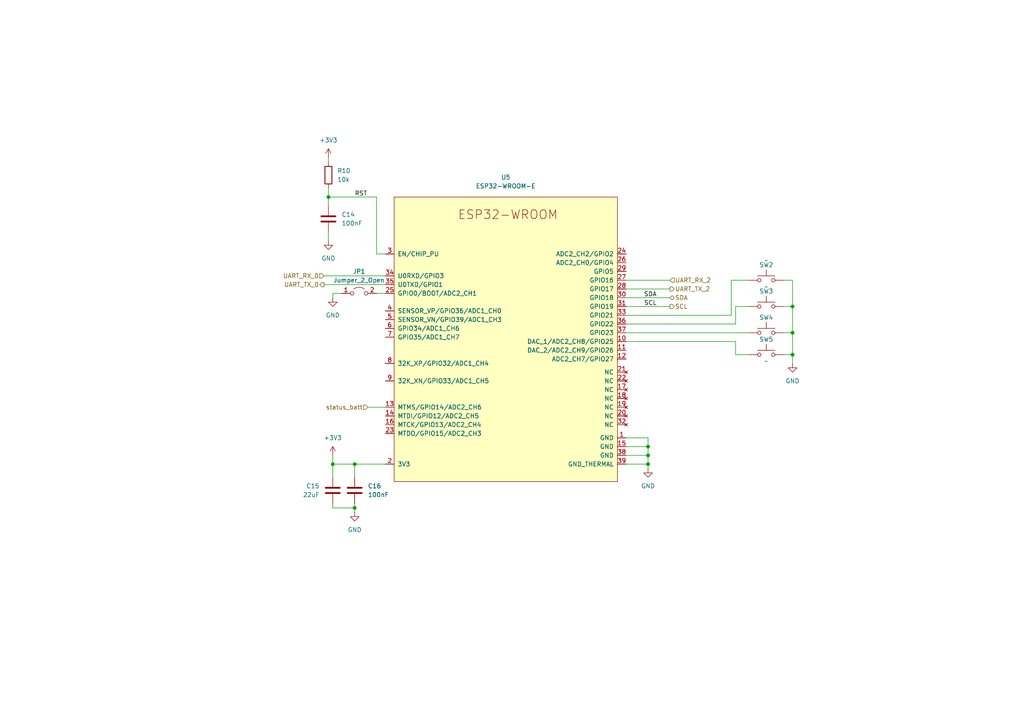
<source format=kicad_sch>
(kicad_sch (version 20211123) (generator eeschema)
  (paper "A4")
  (title_block (title "GPS_CHECK") (date "2022-04-10") (rev "v1.0.0"))
  (lib_symbols
    (symbol "Device:C" (pin_numbers hide) (pin_names (offset 0.254))
      (property "Reference" "C" (at 0.635 2.54 0))
      (property "Value" "C" (at 0.635 -2.54 0))
      (symbol "C_0_1"
        (polyline (pts (xy -2.032 -0.762) (xy 2.032 -0.762)) (stroke (width 0.508)))
        (polyline (pts (xy -2.032 0.762) (xy 2.032 0.762)) (stroke (width 0.508)))
      )
      (symbol "C_1_1"
        (pin passive line (at 0 3.81 270) (length 2.794) (name "~") (number "1"))
        (pin passive line (at 0 -3.81 90) (length 2.794) (name "~") (number "2"))
      )
    )
    (symbol "Device:R" (pin_numbers hide) (pin_names (offset 0))
      (property "Reference" "R" (at 2.032 0 90))
      (property "Value" "R" (at 0 0 90))
      (symbol "R_0_1"
        (rectangle (start -1.016 -2.54) (end 1.016 2.54) (stroke (width 0.254)))
      )
      (symbol "R_1_1"
        (pin passive line (at 0 3.81 270) (length 1.27) (name "~") (number "1"))
        (pin passive line (at 0 -3.81 90) (length 1.27) (name "~") (number "2"))
      )
    )
    (symbol "Espressif:ESP32-WROOM-E" (pin_names (offset 1.016))
      (property "Reference" "U" (at 0 43.18 0))
      (property "Value" "ESP32-WROOM-E" (at 0 -41.91 0))
      (symbol "ESP32-WROOM-E_0_1"
        (rectangle (start 33.02 41.91) (end -31.75 -40.64) (fill (type background)))
      )
      (symbol "ESP32-WROOM-E_1_1"
        (text "ESP32-­WROOM­" (at 1.27 36.83 0) (effects (font (size 2.54 2.54))))
        (pin power_in line (at 35.56 -27.94 180) (length 2.54) (name "GND") (number "1"))
        (pin bidirectional line (at 35.56 0 180) (length 2.54) (name "DAC_1/ADC2_CH8/GPIO25") (number "10"))
        (pin bidirectional line (at 35.56 -2.54 180) (length 2.54) (name "DAC_2/ADC2_CH9/GPIO26") (number "11"))
        (pin bidirectional line (at 35.56 -5.08 180) (length 2.54) (name "ADC2_CH7/GPIO27") (number "12"))
        (pin bidirectional line (at -34.29 -19.05 0) (length 2.54) (name "MTMS/GPIO14/ADC2_CH6") (number "13"))
        (pin bidirectional line (at -34.29 -21.59 0) (length 2.54) (name "MTDI/GPIO12/ADC2_CH5") (number "14"))
        (pin power_in line (at 35.56 -30.48 180) (length 2.54) (name "GND") (number "15"))
        (pin bidirectional line (at -34.29 -24.13 0) (length 2.54) (name "MTCK/GPIO13/ADC2_CH4") (number "16"))
        (pin no_connect line (at 35.56 -13.97 180) (length 2.54) (name "NC") (number "17"))
        (pin no_connect line (at 35.56 -16.51 180) (length 2.54) (name "NC") (number "18"))
        (pin no_connect line (at 35.56 -19.05 180) (length 2.54) (name "NC") (number "19"))
        (pin power_in line (at -34.29 -35.56 0) (length 2.54) (name "3V3") (number "2"))
        (pin no_connect line (at 35.56 -21.59 180) (length 2.54) (name "NC") (number "20"))
        (pin no_connect line (at 35.56 -8.89 180) (length 2.54) (name "NC") (number "21"))
        (pin no_connect line (at 35.56 -11.43 180) (length 2.54) (name "NC") (number "22"))
        (pin bidirectional line (at -34.29 -26.67 0) (length 2.54) (name "MTDO/GPIO15/ADC2_CH3") (number "23"))
        (pin bidirectional line (at 35.56 25.4 180) (length 2.54) (name "ADC2_CH2/GPIO2") (number "24"))
        (pin bidirectional line (at -34.29 13.97 0) (length 2.54) (name "GPIO0/BOOT/ADC2_CH1") (number "25"))
        (pin bidirectional line (at 35.56 22.86 180) (length 2.54) (name "ADC2_CH0/GPIO4") (number "26"))
        (pin bidirectional line (at 35.56 17.78 180) (length 2.54) (name "GPIO16") (number "27"))
        (pin bidirectional line (at 35.56 15.24 180) (length 2.54) (name "GPIO17") (number "28"))
        (pin bidirectional line (at 35.56 20.32 180) (length 2.54) (name "GPIO5") (number "29"))
        (pin input line (at -34.29 25.4 0) (length 2.54) (name "EN/CHIP_PU") (number "3"))
        (pin bidirectional line (at 35.56 12.7 180) (length 2.54) (name "GPIO18") (number "30"))
        (pin bidirectional line (at 35.56 10.16 180) (length 2.54) (name "GPIO19") (number "31"))
        (pin no_connect line (at 35.56 -24.13 180) (length 2.54) (name "NC") (number "32"))
        (pin bidirectional line (at 35.56 7.62 180) (length 2.54) (name "GPIO21") (number "33"))
        (pin bidirectional line (at -34.29 19.05 0) (length 2.54) (name "U0RXD/GPIO3") (number "34"))
        (pin bidirectional line (at -34.29 16.51 0) (length 2.54) (name "U0TXD/GPIO1") (number "35"))
        (pin bidirectional line (at 35.56 5.08 180) (length 2.54) (name "GPIO22") (number "36"))
        (pin bidirectional line (at 35.56 2.54 180) (length 2.54) (name "GPIO23") (number "37"))
        (pin power_in line (at 35.56 -33.02 180) (length 2.54) (name "GND") (number "38"))
        (pin power_in line (at 35.56 -35.56 180) (length 2.54) (name "GND_THERMAL") (number "39"))
        (pin input line (at -34.29 8.89 0) (length 2.54) (name "SENSOR_VP/GPIO36/ADC1_CH0") (number "4"))
        (pin input line (at -34.29 6.35 0) (length 2.54) (name "SENSOR_VN/GPIO39/ADC1_CH3") (number "5"))
        (pin input line (at -34.29 3.81 0) (length 2.54) (name "GPIO34/ADC1_CH6") (number "6"))
        (pin input line (at -34.29 1.27 0) (length 2.54) (name "GPIO35/ADC1_CH7") (number "7"))
        (pin bidirectional line (at -34.29 -6.35 0) (length 2.54) (name "32K_XP/GPIO32/ADC1_CH4") (number "8"))
        (pin bidirectional line (at -34.29 -11.43 0) (length 2.54) (name "32K_XN/GPIO33/ADC1_CH5") (number "9"))
      )
    )
    (symbol "Jumper:Jumper_2_Open" (pin_names (offset 0) hide)
      (property "Reference" "JP" (at 0 2.794 0))
      (property "Value" "Jumper_2_Open" (at 0 -2.286 0))
      (symbol "Jumper_2_Open_0_0"
        (circle (center -2.032 0) (radius 0.508))
        (circle (center 2.032 0) (radius 0.508))
      )
      (symbol "Jumper_2_Open_0_1"
        (arc (start 1.524 1.27) (mid 0 1.778) (end -1.524 1.27))
      )
      (symbol "Jumper_2_Open_1_1"
        (pin passive line (at -5.08 0 0) (length 2.54) (name "A") (number "1"))
        (pin passive line (at 5.08 0 180) (length 2.54) (name "B") (number "2"))
      )
    )
    (symbol "Switch:SW_Push" (pin_numbers hide) (pin_names (offset 1.016) hide)
      (property "Reference" "SW" (at 1.27 2.54 0))
      (property "Value" "SW_Push" (at 0 -1.524 0))
      (symbol "SW_Push_0_1"
        (circle (center -2.032 0) (radius 0.508))
        (polyline (pts (xy 0 1.27) (xy 0 3.048)))
        (polyline (pts (xy 2.54 1.27) (xy -2.54 1.27)))
        (circle (center 2.032 0) (radius 0.508))
        (pin passive line (at -5.08 0 0) (length 2.54) (name "1") (number "1"))
        (pin passive line (at 5.08 0 180) (length 2.54) (name "2") (number "2"))
      )
    )
    (symbol "power:+3V3" (power) (pin_names (offset 0))
      (property "Value" "+3V3" (at 0 3.556 0))
      (symbol "+3V3_0_1"
        (polyline (pts (xy -0.762 1.27) (xy 0 2.54)))
        (polyline (pts (xy 0 0) (xy 0 2.54)))
        (polyline (pts (xy 0 2.54) (xy 0.762 1.27)))
      )
      (symbol "+3V3_1_1"
        (pin power_in line (at 0 0 90) (length 0) hide (name "+3V3") (number "1"))
      )
    )
    (symbol "power:GND" (power) (pin_names (offset 0))
      (property "Value" "GND" (at 0 -3.81 0))
      (symbol "GND_0_1"
        (polyline (pts (xy 0 0) (xy 0 -1.27) (xy 1.27 -1.27) (xy 0 -2.54) (xy -1.27 -1.27) (xy 0 -1.27)))
      )
      (symbol "GND_1_1"
        (pin power_in line (at 0 0 270) (length 0) hide (name "GND") (number "1"))
      )
    )
  )
  (junction (at 187.96 134.62))
  (junction (at 95.25 57.15))
  (junction (at 229.87 88.9))
  (junction (at 187.96 132.08))
  (junction (at 102.87 147.32))
  (junction (at 229.87 96.52))
  (junction (at 187.96 129.54))
  (junction (at 96.52 134.62))
  (junction (at 229.87 102.87))
  (junction (at 102.87 134.62))
  (wire (pts (xy 95.25 57.15) (xy 95.25 59.69)))
  (wire (pts (xy 93.98 80.01) (xy 111.76 80.01)))
  (wire (pts (xy 213.36 99.06) (xy 181.61 99.06)))
  (wire (pts (xy 213.36 93.98) (xy 213.36 88.9)))
  (wire (pts (xy 187.96 134.62) (xy 187.96 135.89)))
  (wire (pts (xy 181.61 88.9) (xy 194.31 88.9)))
  (wire (pts (xy 213.36 102.87) (xy 213.36 99.06)))
  (wire (pts (xy 213.36 88.9) (xy 217.17 88.9)))
  (wire (pts (xy 212.09 81.28) (xy 217.17 81.28)))
  (wire (pts (xy 181.61 91.44) (xy 212.09 91.44)))
  (wire (pts (xy 93.98 82.55) (xy 111.76 82.55)))
  (wire (pts (xy 102.87 146.05) (xy 102.87 147.32)))
  (wire (pts (xy 181.61 83.82) (xy 194.31 83.82)))
  (wire (pts (xy 109.22 73.66) (xy 109.22 57.15)))
  (wire (pts (xy 229.87 96.52) (xy 227.33 96.52)))
  (wire (pts (xy 181.61 86.36) (xy 194.31 86.36)))
  (wire (pts (xy 181.61 129.54) (xy 187.96 129.54)))
  (wire (pts (xy 109.22 57.15) (xy 95.25 57.15)))
  (wire (pts (xy 229.87 96.52) (xy 229.87 102.87)))
  (wire (pts (xy 96.52 86.36) (xy 96.52 85.09)))
  (wire (pts (xy 187.96 127) (xy 187.96 129.54)))
  (wire (pts (xy 181.61 132.08) (xy 187.96 132.08)))
  (wire (pts (xy 181.61 127) (xy 187.96 127)))
  (wire (pts (xy 95.25 54.61) (xy 95.25 57.15)))
  (wire (pts (xy 96.52 138.43) (xy 96.52 134.62)))
  (wire (pts (xy 229.87 102.87) (xy 229.87 105.41)))
  (wire (pts (xy 181.61 93.98) (xy 213.36 93.98)))
  (wire (pts (xy 96.52 147.32) (xy 102.87 147.32)))
  (wire (pts (xy 102.87 138.43) (xy 102.87 134.62)))
  (wire (pts (xy 102.87 147.32) (xy 102.87 148.59)))
  (wire (pts (xy 102.87 134.62) (xy 111.76 134.62)))
  (wire (pts (xy 229.87 81.28) (xy 229.87 88.9)))
  (wire (pts (xy 181.61 96.52) (xy 217.17 96.52)))
  (wire (pts (xy 181.61 81.28) (xy 194.31 81.28)))
  (wire (pts (xy 227.33 88.9) (xy 229.87 88.9)))
  (wire (pts (xy 109.22 85.09) (xy 111.76 85.09)))
  (wire (pts (xy 95.25 45.72) (xy 95.25 46.99)))
  (wire (pts (xy 227.33 81.28) (xy 229.87 81.28)))
  (wire (pts (xy 96.52 146.05) (xy 96.52 147.32)))
  (wire (pts (xy 229.87 88.9) (xy 229.87 96.52)))
  (wire (pts (xy 217.17 102.87) (xy 213.36 102.87)))
  (wire (pts (xy 106.68 118.11) (xy 111.76 118.11)))
  (wire (pts (xy 212.09 91.44) (xy 212.09 81.28)))
  (wire (pts (xy 181.61 134.62) (xy 187.96 134.62)))
  (wire (pts (xy 187.96 132.08) (xy 187.96 134.62)))
  (wire (pts (xy 95.25 67.31) (xy 95.25 69.85)))
  (wire (pts (xy 111.76 73.66) (xy 109.22 73.66)))
  (wire (pts (xy 187.96 129.54) (xy 187.96 132.08)))
  (wire (pts (xy 96.52 134.62) (xy 102.87 134.62)))
  (wire (pts (xy 96.52 85.09) (xy 99.06 85.09)))
  (wire (pts (xy 96.52 134.62) (xy 96.52 132.08)))
  (wire (pts (xy 227.33 102.87) (xy 229.87 102.87)))
  (label "SDA" (at 190.5 86.36 180))
  (label "RST" (at 102.87 57.15 0))
  (label "SCL" (at 190.5 88.9 180))
  (hierarchical_label "UART_TX_2" (shape output) (at 194.31 83.82 0))
  (hierarchical_label "status_batt" (shape input) (at 106.68 118.11 180))
  (hierarchical_label "SDA" (shape bidirectional) (at 194.31 86.36 0))
  (hierarchical_label "UART_RX_2" (shape input) (at 194.31 81.28 0))
  (hierarchical_label "UART_RX_0" (shape input) (at 93.98 80.01 180))
  (hierarchical_label "SCL" (shape output) (at 194.31 88.9 0))
  (hierarchical_label "UART_TX_0" (shape output) (at 93.98 82.55 180))
  (symbol (lib_id "power:+3V3") (at 95.25 45.72 0) (unit 1)
    (property "Reference" "#PWR031" (effects hide))
    (property "Value" "+3V3" (at 95.25 40.64 0))
  )
  (symbol (lib_id "power:GND") (at 96.52 86.36 0) (unit 1)
    (property "Reference" "#PWR034" (effects hide))
    (property "Value" "GND" (at 96.52 91.44 0))
  )
  (symbol (lib_id "Espressif:ESP32-WROOM-E") (at 146.05 99.06 0) (unit 1)
    (property "Reference" "U5" (at 146.685 51.435 0))
    (property "Value" "ESP32-WROOM-E" (at 146.685 53.975 0))
    (property "Footprint" "Espressif:ESP32-WROOM-32E" (effects hide))
    (property "Datasheet" "https://www.espressif.com/sites/default/files/documentation/esp32-wroom-32e_esp32-wroom-32ue_datasheet_en.pdf" (effects hide))
  )
  (symbol (lib_id "Switch:SW_Push") (at 222.25 102.87 0) (unit 1)
    (property "Reference" "SW5" (at 222.25 98.425 0))
    (property "Value" "~" (at 222.25 104.775 0))
    (property "Footprint" "MSS_Devices:TL3301AF160QG" (effects hide))
  )
  (symbol (lib_id "power:GND") (at 102.87 148.59 0) (unit 1)
    (property "Reference" "#PWR033" (effects hide))
    (property "Value" "GND" (at 102.87 153.67 0))
  )
  (symbol (lib_id "power:+3V3") (at 96.52 132.08 0) (unit 1)
    (property "Reference" "#PWR022" (effects hide))
    (property "Value" "+3V3" (at 96.52 127 0))
  )
  (symbol (lib_id "power:GND") (at 187.96 135.89 0) (unit 1)
    (property "Reference" "#PWR0101" (effects hide))
    (property "Value" "GND" (at 187.96 140.97 0))
  )
  (symbol (lib_id "Device:C") (at 96.52 142.24 0) (unit 1)
    (property "Reference" "C15" (at 92.71 140.9699 0) (effects (justify right)))
    (property "Value" "22uF" (at 92.71 143.5099 0) (effects (justify right)))
    (property "Footprint" "Capacitor_SMD:C_0805_2012Metric_Pad1.18x1.45mm_HandSolder" (effects hide))
  )
  (symbol (lib_id "Device:R") (at 95.25 50.8 0) (unit 1)
    (property "Reference" "R10" (at 97.79 49.5299 0) (effects (justify left)))
    (property "Value" "10k" (at 97.79 52.0699 0) (effects (justify left)))
    (property "Footprint" "Resistor_SMD:R_0603_1608Metric_Pad0.98x0.95mm_HandSolder" (effects hide))
  )
  (symbol (lib_id "Device:C") (at 102.87 142.24 0) (unit 1)
    (property "Reference" "C16" (at 106.68 140.9699 0) (effects (justify left)))
    (property "Value" "100nF" (at 106.68 143.5099 0) (effects (justify left)))
    (property "Footprint" "Capacitor_SMD:C_0603_1608Metric_Pad1.08x0.95mm_HandSolder" (effects hide))
  )
  (symbol (lib_id "power:GND") (at 95.25 69.85 0) (unit 1)
    (property "Reference" "#PWR032" (effects hide))
    (property "Value" "GND" (at 95.25 74.93 0))
  )
  (symbol (lib_id "power:GND") (at 229.87 105.41 0) (unit 1)
    (property "Reference" "#PWR023" (effects hide))
    (property "Value" "GND" (at 229.87 110.49 0))
  )
  (symbol (lib_id "Jumper:Jumper_2_Open") (at 104.14 85.09 0) (unit 1)
    (property "Reference" "JP1" (at 104.14 78.74 0))
    (property "Value" "Jumper_2_Open" (at 104.14 81.28 0))
    (property "Footprint" "Jumper:SolderJumper-2_P1.3mm_Open_RoundedPad1.0x1.5mm" (effects hide))
  )
  (symbol (lib_id "Switch:SW_Push") (at 222.25 88.9 0) (unit 1)
    (property "Reference" "SW3" (at 222.25 84.455 0))
    (property "Value" "~" (at 222.25 83.185 0))
    (property "Footprint" "MSS_Devices:TL3301AF160QG" (effects hide))
  )
  (symbol (lib_id "Device:C") (at 95.25 63.5 0) (unit 1)
    (property "Reference" "C14" (at 99.06 62.2299 0) (effects (justify left)))
    (property "Value" "100nF" (at 99.06 64.7699 0) (effects (justify left)))
    (property "Footprint" "Capacitor_SMD:C_0603_1608Metric_Pad1.08x0.95mm_HandSolder" (effects hide))
  )
  (symbol (lib_id "Switch:SW_Push") (at 222.25 96.52 0) (unit 1)
    (property "Reference" "SW4" (at 222.25 92.075 0))
    (property "Value" "SW_Push" (effects hide))
    (property "Footprint" "MSS_Devices:TL3301AF160QG" (effects hide))
  )
  (symbol (lib_id "Switch:SW_Push") (at 222.25 81.28 0) (unit 1)
    (property "Reference" "SW2" (at 222.25 76.835 0))
    (property "Value" "~" (at 222.25 75.565 0))
    (property "Footprint" "MSS_Devices:TL3301AF160QG" (effects hide))
  )
)
</source>
